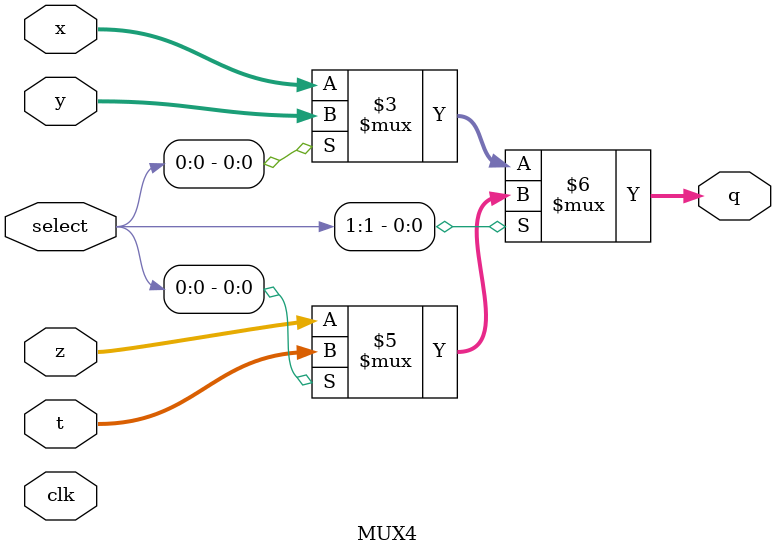
<source format=v>
`timescale 1ns/1ns

module MUX4 (input[7:0] x, y, z, t,input[1:0] select, output [7:0] q,input clk);

assign q = (~select[1]) ? ((~select[0]) ? x : y) : ((~select[0]) ? z : t);

endmodule //MUX
</source>
